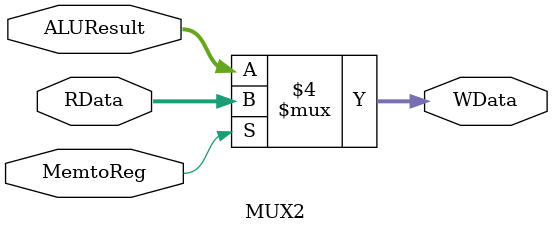
<source format=v>
module MUX2(
    input MemtoReg,
    input [31:0] RData,
    input [31:0] ALUResult,
    output reg [31:0] WData
);
    always @(*)
      begin
        if(MemtoReg == 1'b0)WData = ALUResult;
        else WData = RData;
      end
endmodule

</source>
